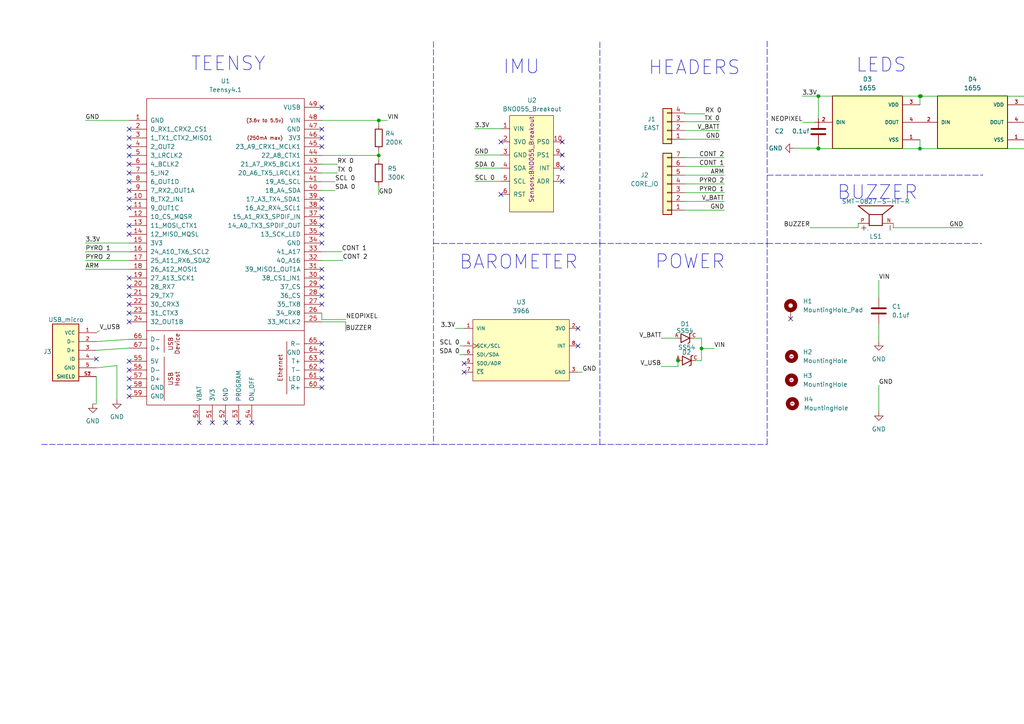
<source format=kicad_sch>
(kicad_sch (version 20211123) (generator eeschema)
  (paper "A4")
  (lib_symbols
    (symbol "BMP388:3966" (pin_names (offset 1.016))
      (property "Reference" "MD" (at 0 5.08 0))
      (property "Value" "3966" (at 0 7.62 0))
      (symbol "3966_1_1"
        (rectangle (start 5.08 2.54) (end 33.02 -15.24) (fill (type background)))
        (pin power_in line (at 2.54 0 0) (length 2.54) (name "VIN") (number "1"))
        (pin power_in line (at 35.56 0 180) (length 2.54) (name "3VO") (number "2"))
        (pin power_in line (at 35.56 -12.7 180) (length 2.54) (name "GND") (number "3"))
        (pin input clock (at 2.54 -5.08 0) (length 2.54) (name "SCK/SCL") (number "4"))
        (pin bidirectional line (at 2.54 -10.16 0) (length 2.54) (name "SDO/ADR") (number "5"))
        (pin bidirectional line (at 2.54 -7.62 0) (length 2.54) (name "SDI/SDA") (number "6"))
        (pin input line (at 2.54 -12.7 0) (length 2.54) (name "~{CS}") (number "7"))
        (pin output line (at 35.56 -5.08 180) (length 2.54) (name "INT") (number "8"))
      )
    )
    (symbol "Connector_Generic:Conn_01x04" (pin_names (offset 1.016) hide)
      (property "Reference" "J" (at 0 5.08 0))
      (property "Value" "Conn_01x04" (at 0 -7.62 0))
      (symbol "Conn_01x04_1_1"
        (rectangle (start -1.27 -4.953) (end 0 -5.207) (stroke (width 0.1524)))
        (rectangle (start -1.27 -2.413) (end 0 -2.667) (stroke (width 0.1524)))
        (rectangle (start -1.27 0.127) (end 0 -0.127) (stroke (width 0.1524)))
        (rectangle (start -1.27 2.667) (end 0 2.413) (stroke (width 0.1524)))
        (rectangle (start -1.27 3.81) (end 1.27 -6.35) (stroke (width 0.254)) (fill (type background)))
        (pin passive line (at -5.08 2.54 0) (length 3.81) (name "Pin_1") (number "1"))
        (pin passive line (at -5.08 0 0) (length 3.81) (name "Pin_2") (number "2"))
        (pin passive line (at -5.08 -2.54 0) (length 3.81) (name "Pin_3") (number "3"))
        (pin passive line (at -5.08 -5.08 0) (length 3.81) (name "Pin_4") (number "4"))
      )
    )
    (symbol "Connector_Generic:Conn_01x07" (pin_names (offset 1.016) hide)
      (property "Reference" "J" (at 0 10.16 0))
      (property "Value" "Conn_01x07" (at 0 -10.16 0))
      (symbol "Conn_01x07_1_1"
        (rectangle (start -1.27 -7.493) (end 0 -7.747) (stroke (width 0.1524)))
        (rectangle (start -1.27 -4.953) (end 0 -5.207) (stroke (width 0.1524)))
        (rectangle (start -1.27 -2.413) (end 0 -2.667) (stroke (width 0.1524)))
        (rectangle (start -1.27 0.127) (end 0 -0.127) (stroke (width 0.1524)))
        (rectangle (start -1.27 2.667) (end 0 2.413) (stroke (width 0.1524)))
        (rectangle (start -1.27 5.207) (end 0 4.953) (stroke (width 0.1524)))
        (rectangle (start -1.27 7.747) (end 0 7.493) (stroke (width 0.1524)))
        (rectangle (start -1.27 8.89) (end 1.27 -8.89) (stroke (width 0.254)) (fill (type background)))
        (pin passive line (at -5.08 7.62 0) (length 3.81) (name "Pin_1") (number "1"))
        (pin passive line (at -5.08 5.08 0) (length 3.81) (name "Pin_2") (number "2"))
        (pin passive line (at -5.08 2.54 0) (length 3.81) (name "Pin_3") (number "3"))
        (pin passive line (at -5.08 0 0) (length 3.81) (name "Pin_4") (number "4"))
        (pin passive line (at -5.08 -2.54 0) (length 3.81) (name "Pin_5") (number "5"))
        (pin passive line (at -5.08 -5.08 0) (length 3.81) (name "Pin_6") (number "6"))
        (pin passive line (at -5.08 -7.62 0) (length 3.81) (name "Pin_7") (number "7"))
      )
    )
    (symbol "Device:C" (pin_numbers hide) (pin_names (offset 0.254))
      (property "Reference" "C" (at 0.635 2.54 0))
      (property "Value" "C" (at 0.635 -2.54 0))
      (symbol "C_0_1"
        (polyline (pts (xy -2.032 -0.762) (xy 2.032 -0.762)) (stroke (width 0.508)))
        (polyline (pts (xy -2.032 0.762) (xy 2.032 0.762)) (stroke (width 0.508)))
      )
      (symbol "C_1_1"
        (pin passive line (at 0 3.81 270) (length 2.794) (name "~") (number "1"))
        (pin passive line (at 0 -3.81 90) (length 2.794) (name "~") (number "2"))
      )
    )
    (symbol "Device:R" (pin_numbers hide) (pin_names (offset 0))
      (property "Reference" "R" (at 2.032 0 90))
      (property "Value" "R" (at 0 0 90))
      (symbol "R_0_1"
        (rectangle (start -1.016 -2.54) (end 1.016 2.54) (stroke (width 0.254)))
      )
      (symbol "R_1_1"
        (pin passive line (at 0 3.81 270) (length 1.27) (name "~") (number "1"))
        (pin passive line (at 0 -3.81 90) (length 1.27) (name "~") (number "2"))
      )
    )
    (symbol "Device:SMT-0827-S-HT-R" (pin_names (offset 1.016))
      (property "Reference" "LS" (at -1.27 6.35 0))
      (property "Value" "SMT-0827-S-HT-R" (at -8.89 -12.7 0))
      (symbol "SMT-0827-S-HT-R_0_0"
        (polyline (pts (xy -3.175 -1.905) (xy -2.54 -1.905)) (stroke (width 0.254)))
        (polyline (pts (xy -3.175 1.905) (xy -3.175 -1.905)) (stroke (width 0.254)))
        (polyline (pts (xy -3.175 1.905) (xy -2.54 1.905)) (stroke (width 0.254)))
        (polyline (pts (xy -2.54 -2.54) (xy -2.54 -1.905)) (stroke (width 0.1524)))
        (polyline (pts (xy -2.54 -1.905) (xy 0 -1.905)) (stroke (width 0.254)))
        (polyline (pts (xy -2.54 1.905) (xy 0 1.905)) (stroke (width 0.254)))
        (polyline (pts (xy -2.54 2.54) (xy -2.54 1.905)) (stroke (width 0.1524)))
        (polyline (pts (xy 0 -1.905) (xy 0 1.905)) (stroke (width 0.254)))
        (polyline (pts (xy 0 -1.905) (xy 2.54 -5.08)) (stroke (width 0.254)))
        (polyline (pts (xy 0 1.905) (xy 2.54 5.08)) (stroke (width 0.254)))
        (polyline (pts (xy 2.54 -5.08) (xy 2.54 5.08)) (stroke (width 0.254)))
        (text "+" (at -5.08 2.54 0) (effects (font (size 1.778 1.778)) (justify left bottom)))
        (text "-" (at -5.08 -5.08 0) (effects (font (size 1.778 1.778)) (justify left bottom)))
        (pin passive line (at -2.54 -5.08 90) (length 2.54) (name "~") (number "N"))
        (pin passive line (at -2.54 5.08 270) (length 2.54) (name "~") (number "P"))
      )
    )
    (symbol "Mechanical:MountingHole" (pin_names (offset 1.016))
      (property "Reference" "H" (at 0 5.08 0))
      (property "Value" "MountingHole" (at 0 3.175 0))
      (symbol "MountingHole_0_1"
        (circle (center 0 0) (radius 1.27) (stroke (width 1.27)))
      )
    )
    (symbol "Mechanical:MountingHole_Pad" (pin_numbers hide) (pin_names (offset 1.016) hide)
      (property "Reference" "H" (at 0 6.35 0))
      (property "Value" "MountingHole_Pad" (at 0 4.445 0))
      (symbol "MountingHole_Pad_0_1"
        (circle (center 0 1.27) (radius 1.27) (stroke (width 1.27)))
      )
      (symbol "MountingHole_Pad_1_1"
        (pin input line (at 0 -2.54 90) (length 2.54) (name "1") (number "1"))
      )
    )
    (symbol "REV2_SPRING_2022-rescue:BNO055_Breakout-Sensors_2021_2022" (pin_names (offset 1.016))
      (property "Reference" "U2" (at 0.127 17.145 0))
      (property "Value" "BNO055_Breakout" (at 0.127 14.605 0))
      (symbol "BNO055_Breakout-Sensors_2021_2022_1_1"
        (rectangle (start -6.35 12.7) (end 6.35 -15.24) (fill (type background)))
        (pin power_in line (at -8.89 8.89 0) (length 2.54) (name "VIN") (number "1"))
        (pin no_connect line (at 8.89 5.08 180) (length 2.54) (name "PS0") (number "10"))
        (pin power_out line (at -8.89 5.08 0) (length 2.54) (name "3VO") (number "2"))
        (pin power_in line (at -8.89 1.27 0) (length 2.54) (name "GND") (number "3"))
        (pin input line (at -8.89 -2.54 0) (length 2.54) (name "SDA") (number "4"))
        (pin input line (at -8.89 -6.35 0) (length 2.54) (name "SCL") (number "5"))
        (pin bidirectional line (at -8.89 -10.16 0) (length 2.54) (name "RST") (number "6"))
        (pin bidirectional line (at 8.89 -6.35 180) (length 2.54) (name "ADR") (number "7"))
        (pin output line (at 8.89 -2.54 180) (length 2.54) (name "INT") (number "8"))
        (pin no_connect line (at 8.89 1.27 180) (length 2.54) (name "PS1") (number "9"))
      )
    )
    (symbol "SS54:SS54" (pin_names (offset 1.016))
      (property "Reference" "D" (at 2.54 0.4826 0))
      (property "Value" "SS54" (at 2.54 -2.3114 0))
      (symbol "SS54_0_0"
        (polyline (pts (xy -2.54 0) (xy -1.27 0)) (stroke (width 0.1524)))
        (polyline (pts (xy -1.27 -1.27) (xy 1.27 0)) (stroke (width 0.254)))
        (polyline (pts (xy -1.27 0) (xy -1.27 -1.27)) (stroke (width 0.254)))
        (polyline (pts (xy -1.27 1.27) (xy -1.27 0)) (stroke (width 0.254)))
        (polyline (pts (xy 1.27 -1.27) (xy 0.762 -1.524)) (stroke (width 0.254)))
        (polyline (pts (xy 1.27 0) (xy -1.27 1.27)) (stroke (width 0.254)))
        (polyline (pts (xy 1.27 0) (xy 1.27 -1.27)) (stroke (width 0.254)))
        (polyline (pts (xy 1.27 1.27) (xy 1.27 0)) (stroke (width 0.254)))
        (polyline (pts (xy 1.27 1.27) (xy 1.778 1.524)) (stroke (width 0.254)))
        (polyline (pts (xy 2.54 0) (xy 1.27 0)) (stroke (width 0.1524)))
        (pin passive line (at -2.54 0 0) (length 0) (name "~") (number "A"))
        (pin passive line (at 2.54 0 180) (length 0) (name "~") (number "C"))
      )
    )
    (symbol "Teensy:Teensy4.1" (pin_names (offset 1.016))
      (property "Reference" "U" (at 0 64.77 0))
      (property "Value" "Teensy4.1" (at 0 62.23 0))
      (symbol "Teensy4.1_0_0"
        (polyline (pts (xy -22.86 -6.35) (xy 22.86 -6.35)))
        (polyline (pts (xy -17.78 -26.67) (xy -17.78 -13.97)))
        (polyline (pts (xy -17.78 -7.62) (xy -17.78 -12.7)))
        (polyline (pts (xy 17.78 -9.525) (xy 17.78 -24.765)))
        (text "(250mA max)" (at 11.43 49.53 0) (effects (font (size 1.016 1.016))))
        (text "(3.6v to 5.5v)" (at 11.43 54.61 0) (effects (font (size 1.016 1.016))))
        (text "Device" (at -13.97 -10.16 900) (effects (font (size 1.27 1.27))))
        (text "Ethernet" (at 15.875 -17.145 900) (effects (font (size 1.27 1.27))))
        (text "Host" (at -13.97 -20.32 900) (effects (font (size 1.27 1.27))))
        (text "USB" (at -15.875 -20.32 900) (effects (font (size 1.27 1.27))))
        (text "USB" (at -15.875 -10.16 900) (effects (font (size 1.27 1.27))))
        (pin bidirectional line (at -27.94 31.75 0) (length 5.08) (name "8_TX2_IN1") (number "10"))
        (pin bidirectional line (at -27.94 29.21 0) (length 5.08) (name "9_OUT1C") (number "11"))
        (pin bidirectional line (at -27.94 26.67 0) (length 5.08) (name "10_CS_MQSR") (number "12"))
        (pin bidirectional line (at -27.94 24.13 0) (length 5.08) (name "11_MOSI_CTX1") (number "13"))
        (pin bidirectional line (at -27.94 21.59 0) (length 5.08) (name "12_MISO_MQSL") (number "14"))
        (pin power_in line (at -27.94 19.05 0) (length 5.08) (name "3V3") (number "15"))
        (pin bidirectional line (at -27.94 16.51 0) (length 5.08) (name "24_A10_TX6_SCL2") (number "16"))
        (pin bidirectional line (at -27.94 13.97 0) (length 5.08) (name "25_A11_RX6_SDA2") (number "17"))
        (pin bidirectional line (at -27.94 11.43 0) (length 5.08) (name "26_A12_MOSI1") (number "18"))
        (pin bidirectional line (at -27.94 8.89 0) (length 5.08) (name "27_A13_SCK1") (number "19"))
        (pin bidirectional line (at -27.94 6.35 0) (length 5.08) (name "28_RX7") (number "20"))
        (pin bidirectional line (at -27.94 3.81 0) (length 5.08) (name "29_TX7") (number "21"))
        (pin bidirectional line (at -27.94 1.27 0) (length 5.08) (name "30_CRX3") (number "22"))
        (pin bidirectional line (at -27.94 -1.27 0) (length 5.08) (name "31_CTX3") (number "23"))
        (pin bidirectional line (at -27.94 -3.81 0) (length 5.08) (name "32_OUT1B") (number "24"))
        (pin bidirectional line (at 27.94 -3.81 180) (length 5.08) (name "33_MCLK2") (number "25"))
        (pin bidirectional line (at 27.94 -1.27 180) (length 5.08) (name "34_RX8") (number "26"))
        (pin bidirectional line (at 27.94 1.27 180) (length 5.08) (name "35_TX8") (number "27"))
        (pin bidirectional line (at 27.94 3.81 180) (length 5.08) (name "36_CS") (number "28"))
        (pin bidirectional line (at 27.94 6.35 180) (length 5.08) (name "37_CS") (number "29"))
        (pin bidirectional line (at 27.94 8.89 180) (length 5.08) (name "38_CS1_IN1") (number "30"))
        (pin bidirectional line (at 27.94 11.43 180) (length 5.08) (name "39_MISO1_OUT1A") (number "31"))
        (pin bidirectional line (at 27.94 13.97 180) (length 5.08) (name "40_A16") (number "32"))
        (pin bidirectional line (at 27.94 16.51 180) (length 5.08) (name "41_A17") (number "33"))
        (pin bidirectional line (at 27.94 21.59 180) (length 5.08) (name "13_SCK_LED") (number "35"))
        (pin bidirectional line (at 27.94 24.13 180) (length 5.08) (name "14_A0_TX3_SPDIF_OUT") (number "36"))
        (pin bidirectional line (at 27.94 26.67 180) (length 5.08) (name "15_A1_RX3_SPDIF_IN") (number "37"))
        (pin bidirectional line (at 27.94 29.21 180) (length 5.08) (name "16_A2_RX4_SCL1") (number "38"))
        (pin bidirectional line (at 27.94 31.75 180) (length 5.08) (name "17_A3_TX4_SDA1") (number "39"))
        (pin bidirectional line (at 27.94 34.29 180) (length 5.08) (name "18_A4_SDA") (number "40"))
        (pin bidirectional line (at 27.94 36.83 180) (length 5.08) (name "19_A5_SCL") (number "41"))
        (pin bidirectional line (at 27.94 39.37 180) (length 5.08) (name "20_A6_TX5_LRCLK1") (number "42"))
        (pin bidirectional line (at 27.94 41.91 180) (length 5.08) (name "21_A7_RX5_BCLK1") (number "43"))
        (pin bidirectional line (at 27.94 44.45 180) (length 5.08) (name "22_A8_CTX1") (number "44"))
        (pin bidirectional line (at 27.94 46.99 180) (length 5.08) (name "23_A9_CRX1_MCLK1") (number "45"))
        (pin output line (at 27.94 49.53 180) (length 5.08) (name "3V3") (number "46"))
        (pin output line (at 27.94 52.07 180) (length 5.08) (name "GND") (number "47"))
        (pin power_in line (at 27.94 54.61 180) (length 5.08) (name "VIN") (number "48"))
        (pin power_out line (at 27.94 58.42 180) (length 5.08) (name "VUSB") (number "49"))
        (pin bidirectional line (at -27.94 44.45 0) (length 5.08) (name "3_LRCLK2") (number "5"))
        (pin power_in line (at -7.62 -33.02 90) (length 5.08) (name "VBAT") (number "50"))
        (pin power_in line (at -3.81 -33.02 90) (length 5.08) (name "3V3") (number "51"))
        (pin input line (at 0 -33.02 90) (length 5.08) (name "GND") (number "52"))
        (pin input line (at 3.81 -33.02 90) (length 5.08) (name "PROGRAM") (number "53"))
        (pin input line (at 7.62 -33.02 90) (length 5.08) (name "ON_OFF") (number "54"))
        (pin power_out line (at -27.94 -15.24 0) (length 5.08) (name "5V") (number "55"))
        (pin bidirectional line (at -27.94 -17.78 0) (length 5.08) (name "D-") (number "56"))
        (pin bidirectional line (at -27.94 -20.32 0) (length 5.08) (name "D+") (number "57"))
        (pin power_in line (at -27.94 -22.86 0) (length 5.08) (name "GND") (number "58"))
        (pin power_in line (at -27.94 -25.4 0) (length 5.08) (name "GND") (number "59"))
        (pin bidirectional line (at -27.94 41.91 0) (length 5.08) (name "4_BCLK2") (number "6"))
        (pin bidirectional line (at 27.94 -22.86 180) (length 5.08) (name "R+") (number "60"))
        (pin bidirectional line (at 27.94 -20.32 180) (length 5.08) (name "LED") (number "61"))
        (pin bidirectional line (at 27.94 -17.78 180) (length 5.08) (name "T-") (number "62"))
        (pin bidirectional line (at 27.94 -15.24 180) (length 5.08) (name "T+") (number "63"))
        (pin power_in line (at 27.94 -12.7 180) (length 5.08) (name "GND") (number "64"))
        (pin bidirectional line (at 27.94 -10.16 180) (length 5.08) (name "R-") (number "65"))
        (pin bidirectional line (at -27.94 -8.89 0) (length 5.08) (name "D-") (number "66"))
        (pin bidirectional line (at -27.94 -11.43 0) (length 5.08) (name "D+") (number "67"))
        (pin bidirectional line (at -27.94 39.37 0) (length 5.08) (name "5_IN2") (number "7"))
        (pin bidirectional line (at -27.94 36.83 0) (length 5.08) (name "6_OUT1D") (number "8"))
        (pin bidirectional line (at -27.94 34.29 0) (length 5.08) (name "7_RX2_OUT1A") (number "9"))
      )
      (symbol "Teensy4.1_0_1"
        (rectangle (start -22.86 60.96) (end 22.86 -27.94))
        (rectangle (start -20.32 -1.27) (end -20.32 -1.27))
      )
      (symbol "Teensy4.1_1_1"
        (pin power_in line (at -27.94 54.61 0) (length 5.08) (name "GND") (number "1"))
        (pin bidirectional line (at -27.94 52.07 0) (length 5.08) (name "0_RX1_CRX2_CS1") (number "2"))
        (pin bidirectional line (at -27.94 49.53 0) (length 5.08) (name "1_TX1_CTX2_MISO1") (number "3"))
        (pin power_in line (at 27.94 19.05 180) (length 5.08) (name "GND") (number "34"))
        (pin bidirectional line (at -27.94 46.99 0) (length 5.08) (name "2_OUT2") (number "4"))
      )
    )
    (symbol "USB:USB3131-30-0230-A_REVB" (pin_names (offset 1.016))
      (property "Reference" "J?" (at -1.27 12.7 0))
      (property "Value" "USB_micro" (at -5.08 10.16 0))
      (symbol "USB3131-30-0230-A_REVB_0_0"
        (rectangle (start -3.81 8.89) (end 3.81 -7.62) (stroke (width 0.254)) (fill (type background)))
        (pin power_in line (at 8.89 6.35 180) (length 5.08) (name "VCC") (number "1"))
        (pin bidirectional line (at 8.89 3.81 180) (length 5.08) (name "D-") (number "2"))
        (pin bidirectional line (at 8.89 1.27 180) (length 5.08) (name "D+") (number "3"))
        (pin bidirectional line (at 8.89 -1.27 180) (length 5.08) (name "ID") (number "4"))
        (pin power_in line (at 8.89 -3.81 180) (length 5.08) (name "GND") (number "5"))
        (pin passive line (at 8.89 -6.35 180) (length 5.08) (name "SHIELD") (number "S1"))
        (pin passive line (at 8.89 -6.35 180) (length 5.08) (name "SHIELD") (number "S2"))
      )
    )
    (symbol "neopixel:1655" (pin_names (offset 1.016))
      (property "Reference" "D" (at -10.1621 8.8923 0))
      (property "Value" "1655" (at -10.16 -8.89 0))
      (symbol "1655_0_0"
        (rectangle (start -10.16 -7.62) (end 10.16 7.62) (stroke (width 0.254)) (fill (type background)))
        (pin power_in line (at 15.24 -5.08 180) (length 5.08) (name "VSS") (number "1"))
        (pin input line (at -15.24 0 0) (length 5.08) (name "DIN") (number "2"))
        (pin power_in line (at 15.24 5.08 180) (length 5.08) (name "VDD") (number "3"))
        (pin output line (at 15.24 0 180) (length 5.08) (name "DOUT") (number "4"))
      )
    )
    (symbol "power:GND" (power) (pin_names (offset 0))
      (property "Value" "GND" (at 0 -3.81 0))
      (symbol "GND_0_1"
        (polyline (pts (xy 0 0) (xy 0 -1.27) (xy 1.27 -1.27) (xy 0 -2.54) (xy -1.27 -1.27) (xy 0 -1.27)))
      )
      (symbol "GND_1_1"
        (pin power_in line (at 0 0 270) (length 0) hide (name "GND") (number "1"))
      )
    )
  )
  (junction (at 266.8317 43.118))
  (junction (at 237.3686 43.118))
  (junction (at 267.0866 27.878))
  (junction (at 109.855 34.925))
  (junction (at 237.3686 42.991))
  (junction (at 196.6449 104.5757))
  (junction (at 266.8317 27.878))
  (junction (at 109.855 45.085))
  (junction (at 203.4621 101.0715))
  (junction (at 237.3686 27.878))
  (junction (at 266.8317 27.9045))
  (no_connect (at 37.465 55.245))
  (no_connect (at 37.465 57.785))
  (no_connect (at 93.345 42.545))
  (no_connect (at 93.345 62.865))
  (no_connect (at 37.465 90.805))
  (no_connect (at 37.465 80.645))
  (no_connect (at 163.068 44.958))
  (no_connect (at 27.94 104.14))
  (no_connect (at 93.345 40.005))
  (no_connect (at 93.345 37.465))
  (no_connect (at 37.465 37.465))
  (no_connect (at 37.465 40.005))
  (no_connect (at 37.465 42.545))
  (no_connect (at 37.465 60.325))
  (no_connect (at 93.345 70.485))
  (no_connect (at 93.345 67.945))
  (no_connect (at 93.345 65.405))
  (no_connect (at 37.465 83.185))
  (no_connect (at 37.465 85.725))
  (no_connect (at 37.465 88.265))
  (no_connect (at 37.465 93.345))
  (no_connect (at 37.465 104.775))
  (no_connect (at 37.465 107.315))
  (no_connect (at 37.465 109.855))
  (no_connect (at 37.465 112.395))
  (no_connect (at 37.465 114.935))
  (no_connect (at 57.785 122.555))
  (no_connect (at 61.595 122.555))
  (no_connect (at 65.405 122.555))
  (no_connect (at 69.215 122.555))
  (no_connect (at 73.025 122.555))
  (no_connect (at 93.345 112.395))
  (no_connect (at 93.345 109.855))
  (no_connect (at 93.345 107.315))
  (no_connect (at 93.345 104.775))
  (no_connect (at 93.345 102.235))
  (no_connect (at 93.345 99.695))
  (no_connect (at 93.345 88.265))
  (no_connect (at 93.345 85.725))
  (no_connect (at 93.345 83.185))
  (no_connect (at 93.345 80.645))
  (no_connect (at 93.345 78.105))
  (no_connect (at 163.068 48.768))
  (no_connect (at 145.288 41.148))
  (no_connect (at 167.64 95.25))
  (no_connect (at 167.64 100.33))
  (no_connect (at 134.62 105.41))
  (no_connect (at 134.62 107.95))
  (no_connect (at 37.465 52.705))
  (no_connect (at 37.465 50.165))
  (no_connect (at 37.465 47.625))
  (no_connect (at 163.068 41.148))
  (no_connect (at 37.465 45.085))
  (no_connect (at 229.3215 92.4449))
  (no_connect (at 37.465 67.945))
  (no_connect (at 37.465 65.405))
  (no_connect (at 93.345 57.785))
  (no_connect (at 93.345 60.325))
  (no_connect (at 163.068 52.578))
  (no_connect (at 145.288 56.388))
  (no_connect (at 93.345 31.115))
  (wire (pts (xy 208.788 40.386) (xy 198.628 40.386)))
  (wire (pts (xy 27.94 99.06) (xy 37.465 98.425)))
  (wire (pts (xy 210.058 55.88) (xy 198.628 55.88)))
  (wire (pts (xy 254.889 93.98) (xy 254.889 99.06)))
  (wire (pts (xy 210.058 48.26) (xy 198.628 48.26)))
  (wire (pts (xy 259.08 66.04) (xy 259.08 64.77)))
  (wire (pts (xy 251.714 66.675) (xy 251.714 66.802)))
  (wire (pts (xy 198.628 33.02) (xy 198.628 32.766)))
  (polyline (pts (xy 12.065 128.905) (xy 125.73 128.905)))
  (polyline (pts (xy 284.988 50.673) (xy 284.988 50.8)))
  (wire (pts (xy 266.8317 27.878) (xy 267.0866 27.878)))
  (wire (pts (xy 24.765 73.025) (xy 37.465 73.025)))
  (wire (pts (xy 196.6988 104.4906) (xy 196.6449 104.5757)))
  (wire (pts (xy 109.855 34.925) (xy 109.855 36.195)))
  (wire (pts (xy 93.345 50.165) (xy 97.7931 50.165)))
  (wire (pts (xy 133.35 100.33) (xy 134.62 100.33)))
  (wire (pts (xy 196.6449 106.3005) (xy 196.6449 104.5757)))
  (wire (pts (xy 237.3686 27.878) (xy 237.3686 34.355)))
  (wire (pts (xy 207.1209 101.0715) (xy 203.4621 101.0715)))
  (wire (pts (xy 254.889 111.76) (xy 254.889 119.38)))
  (wire (pts (xy 237.3686 43.118) (xy 266.8317 43.118)))
  (wire (pts (xy 210.058 45.72) (xy 198.628 45.72)))
  (wire (pts (xy 230.3184 42.991) (xy 237.3686 42.991)))
  (wire (pts (xy 203.4621 104.5757) (xy 201.7249 104.5757)))
  (wire (pts (xy 109.855 43.815) (xy 109.855 45.085)))
  (wire (pts (xy 24.765 34.925) (xy 37.465 34.925)))
  (wire (pts (xy 109.855 45.085) (xy 109.855 46.355)))
  (polyline (pts (xy 125.73 12.065) (xy 125.73 128.905)))
  (wire (pts (xy 191.9188 98.0826) (xy 191.9188 98.2372)))
  (wire (pts (xy 93.345 55.245) (xy 97.155 55.245)))
  (wire (pts (xy 210.058 58.42) (xy 198.628 58.42)))
  (polyline (pts (xy 173.99 70.612) (xy 222.504 70.612)))
  (polyline (pts (xy 173.99 12.192) (xy 173.99 70.612)))
  (wire (pts (xy 27.94 117.1566) (xy 26.9042 117.1566)))
  (wire (pts (xy 100.33 92.71) (xy 93.345 92.71)))
  (wire (pts (xy 97.7931 47.625) (xy 97.7931 47.6946)))
  (wire (pts (xy 27.94 101.6) (xy 37.465 100.965)))
  (wire (pts (xy 210.058 53.34) (xy 198.628 53.34)))
  (wire (pts (xy 297.3117 30.3874) (xy 297.3117 27.9045)))
  (wire (pts (xy 210.058 50.8) (xy 198.628 50.8)))
  (polyline (pts (xy 173.99 128.905) (xy 173.99 70.358)))
  (wire (pts (xy 99.3762 75.5363) (xy 99.3762 75.4893)))
  (wire (pts (xy 33.909 115.951) (xy 33.909 106.045)))
  (wire (pts (xy 93.345 47.625) (xy 97.7931 47.625)))
  (polyline (pts (xy 222.504 11.938) (xy 222.504 70.612)))
  (wire (pts (xy 93.345 45.085) (xy 109.855 45.085)))
  (wire (pts (xy 33.909 106.045) (xy 27.94 106.68)))
  (wire (pts (xy 167.64 107.95) (xy 168.91 107.95)))
  (wire (pts (xy 203.4621 101.0715) (xy 203.4621 104.5757)))
  (wire (pts (xy 93.345 93.345) (xy 100.2343 93.345)))
  (wire (pts (xy 145.288 37.338) (xy 137.668 37.338)))
  (wire (pts (xy 24.765 75.565) (xy 37.465 75.565)))
  (wire (pts (xy 93.345 73.025) (xy 99.1265 72.9963)))
  (polyline (pts (xy 125.73 70.612) (xy 173.99 70.612)))
  (wire (pts (xy 196.2326 98.0826) (xy 191.9188 98.0826)))
  (polyline (pts (xy 222.631 50.8) (xy 284.988 50.8)))
  (wire (pts (xy 297.3117 40.5474) (xy 297.3117 43.118)))
  (polyline (pts (xy 222.504 70.612) (xy 284.734 70.612)))
  (wire (pts (xy 191.7642 106.3005) (xy 196.6449 106.3005)))
  (wire (pts (xy 237.3686 27.878) (xy 266.8317 27.878)))
  (wire (pts (xy 137.668 52.578) (xy 145.288 52.578)))
  (wire (pts (xy 201.3126 98.0826) (xy 203.4621 98.0826)))
  (wire (pts (xy 237.3686 41.975) (xy 237.3686 42.991)))
  (wire (pts (xy 24.765 70.485) (xy 37.465 70.485)))
  (wire (pts (xy 93.345 52.705) (xy 97.155 52.705)))
  (wire (pts (xy 254.889 81.28) (xy 254.889 86.36)))
  (wire (pts (xy 132.08 95.25) (xy 134.62 95.25)))
  (wire (pts (xy 266.8317 40.5474) (xy 266.8317 43.118)))
  (wire (pts (xy 133.35 102.87) (xy 134.62 102.87)))
  (wire (pts (xy 208.788 35.306) (xy 198.628 35.306)))
  (wire (pts (xy 297.3117 27.9045) (xy 266.8317 27.9045)))
  (wire (pts (xy 27.94 96.52) (xy 28.829 95.885)))
  (wire (pts (xy 27.94 109.22) (xy 27.94 117.1566)))
  (wire (pts (xy 248.92 66.04) (xy 248.92 64.77)))
  (wire (pts (xy 97.7931 50.165) (xy 97.7931 50.2346)))
  (wire (pts (xy 237.3686 42.991) (xy 237.3686 43.118)))
  (wire (pts (xy 93.345 92.71) (xy 93.345 90.805)))
  (wire (pts (xy 93.345 34.925) (xy 109.855 34.925)))
  (wire (pts (xy 100.2343 93.345) (xy 100.2343 96.115)))
  (wire (pts (xy 203.4621 98.0826) (xy 203.4621 101.0715)))
  (wire (pts (xy 266.8317 43.118) (xy 297.3117 43.118)))
  (wire (pts (xy 279.4 66.04) (xy 259.08 66.04)))
  (wire (pts (xy 145.288 44.958) (xy 137.668 44.958)))
  (polyline (pts (xy 173.99 128.905) (xy 222.504 128.905)))
  (wire (pts (xy 93.345 75.565) (xy 99.3762 75.5363)))
  (wire (pts (xy 109.855 53.975) (xy 109.855 56.515)))
  (wire (pts (xy 210.058 60.96) (xy 198.628 60.96)))
  (wire (pts (xy 266.8317 27.9045) (xy 266.8317 27.878)))
  (wire (pts (xy 208.788 37.846) (xy 198.628 37.846)))
  (polyline (pts (xy 222.504 128.905) (xy 222.504 70.612)))
  (wire (pts (xy 232.7966 35.498) (xy 236.3517 35.4674)))
  (wire (pts (xy 204.47 33.02) (xy 198.628 33.02)))
  (wire (pts (xy 109.855 34.925) (xy 112.395 34.925)))
  (wire (pts (xy 145.288 48.768) (xy 137.668 48.768)))
  (wire (pts (xy 266.8317 30.3874) (xy 266.8317 27.9045)))
  (wire (pts (xy 232.6696 27.878) (xy 237.3686 27.878)))
  (polyline (pts (xy 125.73 128.905) (xy 173.99 128.905)))
  (wire (pts (xy 234.95 66.04) (xy 248.92 66.04)))
  (wire (pts (xy 24.765 78.105) (xy 37.465 78.105)))
  (text "BUZZER" (at 242.697 58.293 0) (effects (font (size 4 4)) (justify left bottom)))
  (text "TEENSY" (at 55.245 20.955 0) (effects (font (size 4 4)) (justify left bottom)))
  (text "HEADERS" (at 187.96 22.098 0) (effects (font (size 4 4)) (justify left bottom)))
  (text "POWER\n" (at 189.865 78.359 0) (effects (font (size 4 4)) (justify left bottom)))
  (text "LEDS" (at 248.158 21.336 0) (effects (font (size 4 4)) (justify left bottom)))
  (text "IMU" (at 145.796 21.844 0) (effects (font (size 4 4)) (justify left bottom)))
  (text "BAROMETER" (at 133.096 78.486 0) (effects (font (size 4 4)) (justify left bottom)))
  (label "GND" (at 109.855 56.515 0))
  (label "3.3V" (at 232.6696 27.878 0))
  (label "3.3V" (at 137.668 37.338 0))
  (label "VIN" (at 112.395 34.925 0))
  (label "TX 0" (at 208.788 35.306 180))
  (label "GND" (at 210.058 60.96 180))
  (label "V_BATT" (at 191.9188 98.2372 180))
  (label "BUZZER" (at 234.95 66.04 180))
  (label "SDA 0" (at 137.668 48.768 0))
  (label "3.3V" (at 132.08 95.25 180))
  (label "SCL 0" (at 133.35 100.33 180))
  (label "PYRO 2" (at 210.058 53.34 180))
  (label "SCL 0" (at 97.155 52.705 0))
  (label "V_BATT" (at 210.058 58.42 180))
  (label "CONT 1" (at 99.1265 72.9963 0))
  (label "V_USB" (at 28.829 95.885 0))
  (label "NEOPIXEL" (at 232.7966 35.498 180))
  (label "NEOPIXEL" (at 100.33 92.71 0))
  (label "GND" (at 137.668 44.958 0))
  (label "RX 0" (at 204.47 33.02 0))
  (label "GND" (at 254.889 111.76 0))
  (label "SDA 0" (at 133.35 102.87 180))
  (label "TX 0" (at 97.7931 50.2346 0))
  (label "VIN" (at 207.1209 101.0715 0))
  (label "CONT 2" (at 210.058 45.72 180))
  (label "PYRO 1" (at 24.765 73.025 0))
  (label "V_USB" (at 191.7642 106.3005 180))
  (label "SDA 0" (at 97.155 55.245 0))
  (label "ARM" (at 24.765 78.105 0))
  (label "VIN" (at 254.889 81.28 0))
  (label "RX 0" (at 97.7931 47.6946 0))
  (label "CONT 1" (at 210.058 48.26 180))
  (label "CONT 2" (at 99.3762 75.4893 0))
  (label "GND" (at 279.4 66.04 180))
  (label "GND" (at 168.91 107.95 0))
  (label "PYRO 2" (at 24.765 75.565 0))
  (label "GND" (at 24.765 34.925 0))
  (label "GND" (at 208.788 40.386 180))
  (label "3.3V" (at 24.765 70.485 0))
  (label "ARM" (at 210.058 50.8 180))
  (label "BUZZER" (at 100.2343 96.115 0))
  (label "SCL 0" (at 137.668 52.578 0))
  (label "PYRO 1" (at 210.058 55.88 180))
  (label "V_BATT" (at 208.788 37.846 180))
  (symbol (lib_id "SS54:SS54") (at 198.7726 98.0826 0) (unit 1)
    (property "Reference" "D1" (at 198.7211 93.96 0))
    (property "Value" "SS54" (at 198.6696 95.9182 0))
    (property "Footprint" "JLC_footprints:DO-214AC" (effects hide))
    (property "Vendor" "C22452" (effects hide))
  )
  (symbol (lib_id "neopixel:1655") (at 251.5917 35.4674 0) (unit 1)
    (property "Reference" "D3" (at 251.5917 22.9774 0))
    (property "Value" "1655" (at 251.5917 25.5174 0))
    (property "Footprint" "LED_1655" (effects hide))
    (property "PARTREV" "01" (effects hide))
    (property "MANUFACTURER" "Adafruit Industries" (effects hide))
    (property "STANDARD" "Manufacturer recommendations" (effects hide))
    (property "MAXIMUM_PACKAGE_HEIGHT" "1.6 mm" (effects hide))
  )
  (symbol (lib_id "neopixel:1655") (at 282.0717 35.4674 0) (unit 1)
    (property "Reference" "D4" (at 282.0717 22.9774 0))
    (property "Value" "1655" (at 282.0717 25.5174 0))
    (property "Footprint" "LED_1655" (effects hide))
    (property "PARTREV" "01" (effects hide))
    (property "MANUFACTURER" "Adafruit Industries" (effects hide))
    (property "STANDARD" "Manufacturer recommendations" (effects hide))
    (property "MAXIMUM_PACKAGE_HEIGHT" "1.6 mm" (effects hide))
  )
  (symbol (lib_id "Connector_Generic:Conn_01x07") (at 193.548 53.34 180) (unit 1)
    (property "Reference" "J2" (at 186.944 50.8 0))
    (property "Value" "CORE_IO" (at 186.944 53.34 0))
    (property "Footprint" "Connector_JST:JST_PH_S7B-PH-K_1x07_P2.00mm_Horizontal" (effects hide))
  )
  (symbol (lib_id "Mechanical:MountingHole_Pad") (at 229.3215 89.9049 0) (unit 1)
    (property "Reference" "H1" (at 232.8775 87.3648 0) (effects (justify left)))
    (property "Value" "MountingHole_Pad" (at 232.8775 89.9048 0) (effects (justify left)))
    (property "Footprint" "MountingHole:MountingHole_3.2mm_M3_DIN965_Pad_TopBottom" (effects hide))
  )
  (symbol (lib_id "Device:SMT-0827-S-HT-R") (at 254 62.23 90) (unit 1)
    (property "Reference" "LS1" (at 254 68.58 90))
    (property "Value" "SMT-0827-S-HT-R" (at 254 58.42 90))
    (property "Footprint" "buzzer:XDCR_SMT-0827-S-HT-R" (effects hide))
    (property "STANDARD" "Manufacturer Recommendations" (effects hide))
    (property "MAXIMUM_PACKAGE_HEIGHT" "3.3mm" (effects hide))
    (property "MANUFACTURER" "PUI Audio" (effects hide))
    (property "PARTREV" "31/03/20" (effects hide))
  )
  (symbol (lib_id "Mechanical:MountingHole") (at 229.5755 103.3669 0) (unit 1)
    (property "Reference" "H2" (at 232.8775 102.0968 0) (effects (justify left)))
    (property "Value" "MountingHole" (at 232.8775 104.6368 0) (effects (justify left)))
    (property "Footprint" "MountingHole:MountingHole_3.2mm_M3_DIN965_Pad_TopBottom" (effects hide))
    (property "Datasheet" "~" (at 229.5755 103.3669 0))
  )
  (symbol (lib_id "Mechanical:MountingHole") (at 229.8295 117.0829 0) (unit 1)
    (property "Reference" "H4" (at 233.1315 115.8128 0) (effects (justify left)))
    (property "Value" "MountingHole" (at 233.1315 118.3528 0) (effects (justify left)))
    (property "Footprint" "MountingHole:MountingHole_3.2mm_M3_DIN965_Pad_TopBottom" (effects hide))
    (property "Datasheet" "~" (at 229.8295 117.0829 0))
  )
  (symbol (lib_id "Device:C") (at 237.3686 38.165 180) (unit 1)
    (property "Reference" "C2" (at 227.3356 38.038 0) (effects (justify left)))
    (property "Value" "0.1uf" (at 234.8286 38.038 0) (effects (justify left)))
    (property "Footprint" "Capacitor_SMD:C_0603_1608Metric" (effects hide))
    (property "Vendor" "C14663" (effects hide))
  )
  (symbol (lib_id "power:GND") (at 26.9042 117.1566 0) (unit 1)
    (property "Reference" "#PWR0102" (effects hide))
    (property "Value" "GND" (at 26.9042 122.1096 0))
  )
  (symbol (lib_id "Mechanical:MountingHole") (at 229.5755 110.2249 0) (unit 1)
    (property "Reference" "H3" (at 232.8775 108.9548 0) (effects (justify left)))
    (property "Value" "MountingHole" (at 232.8775 111.4948 0) (effects (justify left)))
    (property "Footprint" "MountingHole:MountingHole_3.2mm_M3_DIN965_Pad_TopBottom" (effects hide))
    (property "Datasheet" "~" (at 229.5755 110.2249 0))
  )
  (symbol (lib_id "Device:R") (at 109.855 40.005 0) (unit 1)
    (property "Reference" "R4" (at 111.76 38.7349 0) (effects (justify left)))
    (property "Value" "200K" (at 111.76 41.2749 0) (effects (justify left)))
    (property "Footprint" "Resistor_SMD:R_0603_1608Metric" (effects hide))
    (property "Vendor" "C25811" (effects hide))
  )
  (symbol (lib_id "BMP388:3966") (at 132.08 95.25 0) (unit 1)
    (property "Reference" "U3" (at 151.13 87.63 0))
    (property "Value" "3966" (at 151.13 90.17 0))
    (property "Footprint" "BMP388:Adafruit_Industries-3966-MFG" (effects hide))
    (property "Datasheet" "https://cdn-learn.adafruit.com/downloads/pdf/adafruit-bmp388-bmp390-bmp3xx.pdf?timestamp=1628517945" (effects hide))
    (property "automotive" "No" (effects hide))
    (property "category" "UNK" (effects hide))
    (property "device class L1" "Sensors" (effects hide))
    (property "device class L2" "Pressure Sensors" (effects hide))
    (property "device class L3" "unset" (effects hide))
    (property "digikey description" "BMP388 - PRECISION BAROMETRIC PR" (effects hide))
    (property "digikey part number" "1528-2733-ND" (effects hide))
    (property "lead free" "Yes" (effects hide))
    (property "library id" "4429725cd9347a7a" (effects hide))
    (property "manufacturer" "Adafruit Industries" (effects hide))
    (property "mouser part number" "485-3966" (effects hide))
    (property "package" "MODULE_25MM40_17MM78" (effects hide))
    (property "rohs" "Yes" (effects hide))
    (property "sensor output" "I2C,SPI" (effects hide))
  )
  (symbol (lib_id "Device:R") (at 109.855 50.165 0) (unit 1)
    (property "Reference" "R5" (at 112.395 48.8949 0) (effects (justify left)))
    (property "Value" "300K" (at 112.395 51.4349 0) (effects (justify left)))
    (property "Footprint" "Resistor_SMD:R_0603_1608Metric" (effects hide))
    (property "Vendor" "C23024" (effects hide))
  )
  (symbol (lib_id "USB:USB3131-30-0230-A_REVB") (at 19.05 102.87 0) (unit 1)
    (property "Reference" "J3" (at 12.573 101.981 0) (effects (justify left)))
    (property "Value" "USB_micro" (at 13.97 92.71 0) (effects (justify left)))
    (property "Footprint" "USB:GCT_USB3131-30-0230-A_REVB" (effects hide))
  )
  (symbol (lib_id "power:GND") (at 254.889 119.38 0) (unit 1)
    (property "Reference" "#PWR02" (effects hide))
    (property "Value" "GND" (at 254.889 124.46 0))
  )
  (symbol (lib_id "Connector_Generic:Conn_01x04") (at 193.548 37.846 180) (unit 1)
    (property "Reference" "J1" (at 188.976 34.544 0))
    (property "Value" "EAST" (at 188.976 37.084 0))
    (property "Footprint" "Connector_JST:JST_PH_S4B-PH-K_1x04_P2.00mm_Horizontal" (effects hide))
  )
  (symbol (lib_id "power:GND") (at 33.909 115.951 0) (unit 1)
    (property "Reference" "#PWR03" (effects hide))
    (property "Value" "GND" (at 33.909 120.904 0))
  )
  (symbol (lib_id "power:GND") (at 230.3184 42.991 270) (unit 1)
    (property "Reference" "#PWR0101" (effects hide))
    (property "Value" "GND" (at 227.0164 42.9909 90) (effects (justify right)))
  )
  (symbol (lib_id "Device:C") (at 254.889 90.17 0) (unit 1)
    (property "Reference" "C1" (at 258.699 88.8999 0) (effects (justify left)))
    (property "Value" "0.1uf" (at 258.699 91.4399 0) (effects (justify left)))
    (property "Footprint" "Capacitor_SMD:C_0603_1608Metric" (effects hide))
    (property "Vendor" "C14663" (effects hide))
  )
  (symbol (lib_id "SS54:SS54") (at 199.1849 104.5757 0) (unit 1)
    (property "Reference" "D2" (at 199.1333 102.2052 0))
    (property "Value" "SS54" (at 199.1849 100.7623 0))
    (property "Footprint" "JLC_footprints:DO-214AC" (effects hide))
    (property "Vendor" "C22452" (effects hide))
  )
  (symbol (lib_id "REV2_SPRING_2022-rescue:BNO055_Breakout-Sensors_2021_2022") (at 154.178 46.228 0) (unit 1)
    (property "Reference" "U2" (at 154.305 29.083 0))
    (property "Value" "BNO055_Breakout" (at 154.305 31.623 0))
    (property "Footprint" "Sensors:BNO055_Breakout" (at 154.178 46.228 90))
  )
  (symbol (lib_id "power:GND") (at 254.889 99.06 0) (unit 1)
    (property "Reference" "#PWR01" (effects hide))
    (property "Value" "GND" (at 254.889 104.14 0))
  )
  (symbol (lib_id "Teensy:Teensy4.1") (at 65.405 89.535 0) (unit 1)
    (property "Reference" "U1" (at 65.405 23.495 0))
    (property "Value" "Teensy4.1" (at 65.405 26.035 0))
    (property "Footprint" "Teensy:Teensy41" (effects hide))
  )
)
</source>
